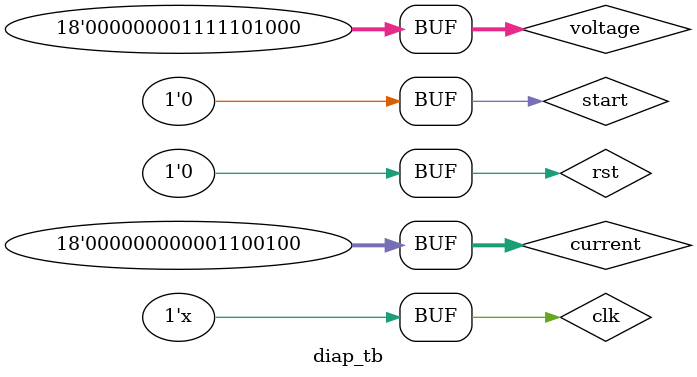
<source format=v>
module diap #(parameter DATA_WIDTH = 18)(
    input clk,
    input rst,
	 input [DATA_WIDTH-1:0]current,
	 input [DATA_WIDTH-1:0]voltage,
	 input start,
	 output ready,
	 output [1:0]diap_result
  );
 
 
 localparam R_SHUNT =   10; //Ohm

 localparam STATE_SIZE = 5;
 reg 	[STATE_SIZE-1:0] state_d, state_q;
 reg  ready_d, ready_q;
 assign ready=ready_q;
 
 reg [1:0] diap_result_d, diap_result_q;
 assign diap_result=diap_result_q;
 
 //FSM	 state coding	
localparam [STATE_SIZE-1:0]  	
				IDLE 										= 1, 
				START_CYCLE								= 2,
				
				DONE										= 3;
				
//Diap	
localparam [2:0]
			DIAP_1V			=0,
			DIAP_5V			=1,
			DIAP_20V			=2;
			
localparam R_MARGIN_1	=	3;//Ohm
localparam R_MARGIN_2	=	10;//Ohm
			
	always @ (*) begin	//FSM	 
		state_d=state_q;
		ready_d=1'b0;
		diap_result_d=diap_result_q;
		
		case (state_q)
			IDLE:
			begin
				if(start)
				begin
					state_d <= START_CYCLE;
				end
			end
				
			START_CYCLE:
			begin
				state_d <= DONE;
			end
			
			DONE:
			begin
				ready_d=1'b1;
				state_d <= IDLE;
			end
			
		 endcase
	end	

   always @(posedge clk) begin
    if (rst) 
	 begin
		 state_q<=IDLE;
		 ready_q<=1'b0;
		 diap_result_q<=DIAP_1V;
    end 
	 else 
	 begin
		 state_q<=state_d;
		 ready_q<=ready_d;
		 diap_result_q<=diap_result_d;
    end
	end

	
 endmodule 
 
 //-----------------------testbench----------------------------
`timescale 1 ps/ 1 ps
 module diap_tb();

   parameter DATA_WIDTH = 18;
	reg clk;
	reg rst;
	reg start;
	
	reg [DATA_WIDTH-1:0]current;
	reg [DATA_WIDTH-1:0]voltage;
	reg [1:0] diap_prev;
	
	wire ready;
	wire [1:0]diap_result;
	
	diap #( .DATA_WIDTH(DATA_WIDTH)) test_diap(.clk(clk),.rst(rst),.current(current),.voltage(voltage),.start(start),.ready(ready),.diap_result(diap_result));
    initial
	 begin
		clk<=0;
		rst<=0;

		#50
		rst=1;
		#50
		rst=0;
		
		current<=100;
		voltage<=1000;
		
		start<=1'b1;
		#10
		start<=1'b0;
	 end
	 
//	 always @(posedge clk) 
//	 begin
//
//	 end
	
	
	always 
		#5  clk =  ! clk;   
 
endmodule 
</source>
